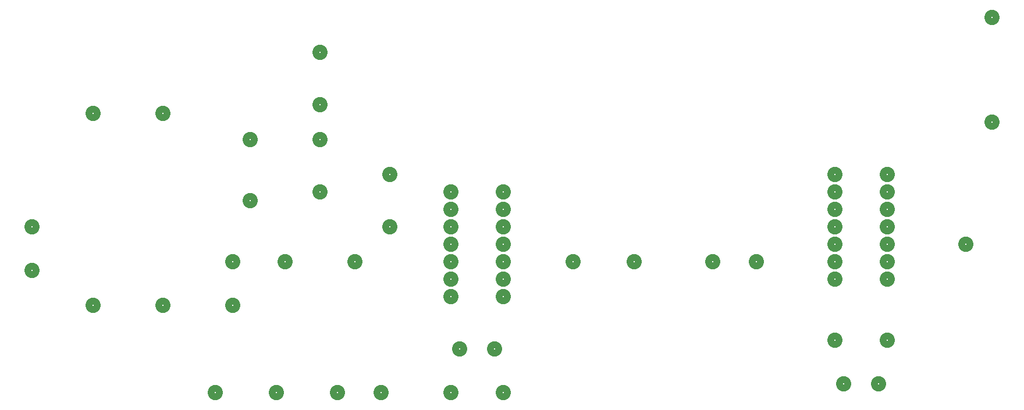
<source format=gbr>
G04 format : xxx.xxx unité : millimètre *
%FSLAX33Y33*
MOMM*
OFA0B0*
SFA1B1*
IPPOS*%
G04 définition des ouvertures pour les pastilles rondes *
%ADD10C,2.220X0.2*%
G04 tracé du CI *
G54D10*
X104140Y132770D03*
X114300Y114990D03*
X114300Y107370D03*
X91440Y102290D03*
X91440Y95940D03*
X123190Y112450D03*
X123190Y109910D03*
X123190Y107370D03*
X123190Y104830D03*
X123190Y102290D03*
X123190Y99750D03*
X123190Y97210D03*
X130810Y97210D03*
X130810Y99750D03*
X130810Y102290D03*
X130810Y107370D03*
X130810Y109910D03*
X130810Y112450D03*
X161290Y102290D03*
X179070Y99750D03*
X186690Y99750D03*
X186690Y102290D03*
X186690Y104830D03*
X186690Y107370D03*
X186690Y109910D03*
X186690Y112450D03*
X186690Y114990D03*
X179070Y114990D03*
X179070Y112450D03*
X179070Y109910D03*
X179070Y107370D03*
X179070Y104830D03*
X179070Y102290D03*
X186690Y90860D03*
X179070Y90860D03*
X130810Y83240D03*
X123190Y83240D03*
X113030Y83240D03*
X106680Y83240D03*
X91440Y95940D03*
X91440Y102290D03*
X81280Y95940D03*
X71120Y123880D03*
X198120Y104830D03*
X201930Y137850D03*
X71120Y95940D03*
X88900Y83240D03*
X97790Y83240D03*
X99060Y102290D03*
X109220Y102290D03*
X104140Y120070D03*
X104140Y125150D03*
X149860Y102290D03*
X130810Y104830D03*
X93980Y111180D03*
X93980Y120070D03*
X104140Y112450D03*
X81280Y123880D03*
X62230Y107370D03*
X62230Y101020D03*
X140970Y102290D03*
X167640Y102290D03*
X201930Y122610D03*
X129540Y89590D03*
X124460Y89590D03*
X185420Y84510D03*
X180340Y84510D03*
M02*

</source>
